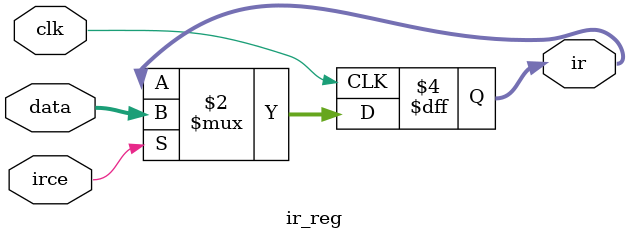
<source format=v>
`timescale 1ns / 1ps

module ir_reg (clk, irce, data, ir);
    input clk, irce;
    input [15:0] data;
    output [15:0] ir;
    reg [15:0] ir;
    always @(negedge clk)
        if (irce) ir <= data[15:0];
endmodule

</source>
